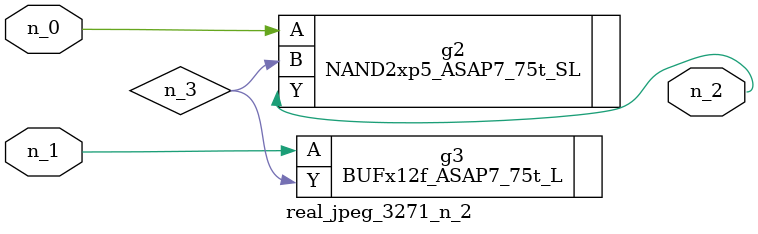
<source format=v>
module real_jpeg_3271_n_2 (n_1, n_0, n_2);

input n_1;
input n_0;

output n_2;

wire n_3;

NAND2xp5_ASAP7_75t_SL g2 ( 
.A(n_0),
.B(n_3),
.Y(n_2)
);

BUFx12f_ASAP7_75t_L g3 ( 
.A(n_1),
.Y(n_3)
);


endmodule
</source>
